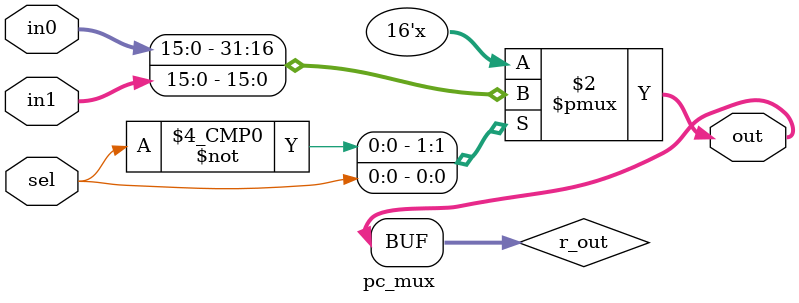
<source format=v>
module pc_mux(sel, in0, in1, out);

//I/O ports
input wire  sel;
input wire [15:0] in0, in1;
//output defined as register
output wire [15:0] out;
reg [15:0] r_out;

always @(*) //Depending on the select signal supplied to the mux, the output is chosen to be supplied to the next block.
begin
	//The two inputs can be from any of the other blocks, these are just example values.
	case (sel)
		1'b0: r_out = in0; 
		1'b1: r_out = in1;
	endcase
end
assign out = r_out;
endmodule

</source>
